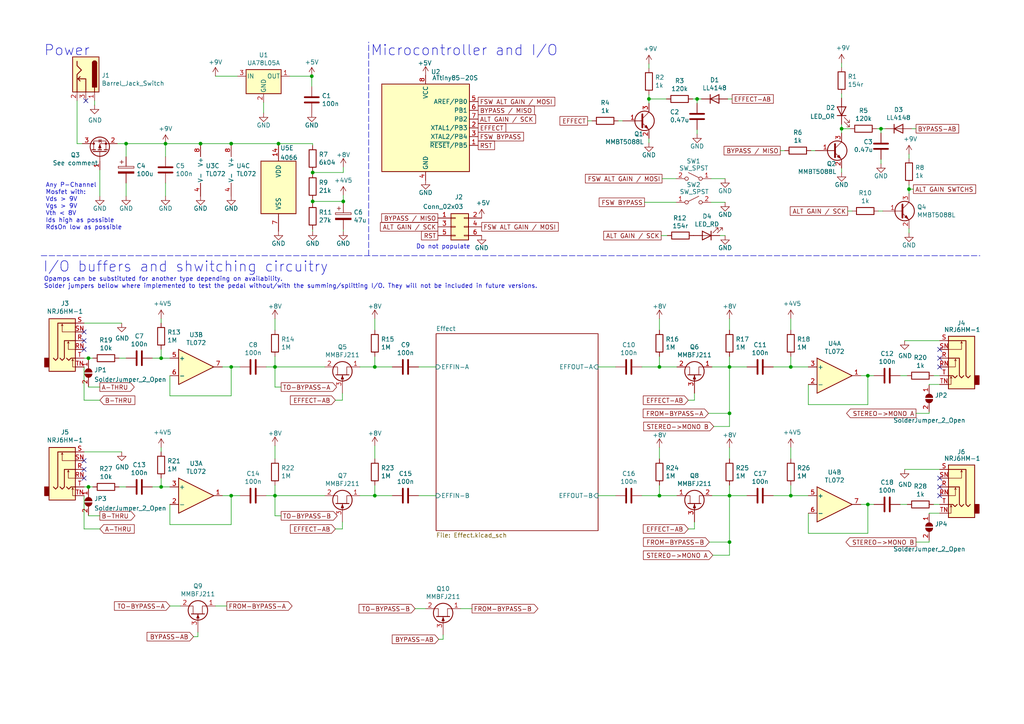
<source format=kicad_sch>
(kicad_sch (version 20211123) (generator eeschema)
  (paper "A4")
  (title_block (title "NABLOEI") (date "2022-09-23") (rev "1.0.0") (company "LAWAAI") (comment 1 "Thank you and have fun.") (comment 2 "Please do not replicate this circuit and sell it as your own.") (comment 3 "This schematic is intended for people who enjoy building/modifying/repairing their pedals."))
  (junction (at 202.184 28.702))
  (junction (at 25.654 103.886))
  (junction (at 25.654 141.224))
  (junction (at 244.094 37.338))
  (junction (at 90.678 50.038))
  (junction (at 255.524 37.338))
  (junction (at 211.582 143.764))
  (junction (at 108.712 143.764))
  (junction (at 188.214 28.702))
  (junction (at 48.006 41.656))
  (junction (at 211.582 157.226))
  (junction (at 36.576 41.656))
  (junction (at 191.262 106.426))
  (junction (at 191.262 143.764))
  (junction (at 90.678 58.42))
  (junction (at 58.166 41.656))
  (junction (at 229.362 106.426))
  (junction (at 46.736 103.886))
  (junction (at 90.424 22.098))
  (junction (at 211.582 106.426))
  (junction (at 79.756 106.426))
  (junction (at 67.056 106.426))
  (junction (at 229.362 143.764))
  (junction (at 67.056 143.764))
  (junction (at 263.652 54.864))
  (junction (at 80.772 41.656))
  (junction (at 251.714 146.304))
  (junction (at 79.756 143.764))
  (junction (at 251.714 108.966))
  (junction (at 99.568 58.42))
  (junction (at 46.736 141.224))
  (junction (at 108.712 106.426))
  (junction (at 67.056 41.656))
  (junction (at 211.582 119.888))
  (no_connect (at 24.384 98.806))
  (no_connect (at 272.542 138.684))
  (no_connect (at 24.384 136.144))
  (no_connect (at 272.542 106.426))
  (no_connect (at 272.542 103.886))
  (no_connect (at 24.384 133.604))
  (no_connect (at 24.384 96.266))
  (no_connect (at 24.892 29.21))
  (no_connect (at 24.384 101.346))
  (no_connect (at 272.542 141.224))
  (no_connect (at 272.542 143.764))
  (no_connect (at 24.384 138.684))
  (no_connect (at 272.542 101.346))
  (wire (pts (xy 67.056 114.808) (xy 49.276 114.808)))
  (wire (pts (xy 202.184 38.862) (xy 202.184 37.592)))
  (wire (pts (xy 211.582 133.096) (xy 211.582 129.794)))
  (wire (pts (xy 57.404 183.388) (xy 57.404 184.658)))
  (wire (pts (xy 67.056 106.426) (xy 69.596 106.426)))
  (wire (pts (xy 25.654 149.606) (xy 28.956 149.606)))
  (wire (pts (xy 79.756 95.758) (xy 79.756 92.456)))
  (wire (pts (xy 272.542 148.844) (xy 269.494 148.844)))
  (wire (pts (xy 206.248 58.674) (xy 210.312 58.674)))
  (wire (pts (xy 34.544 103.886) (xy 36.576 103.886)))
  (wire (pts (xy 24.384 103.886) (xy 25.654 103.886)))
  (wire (pts (xy 270.764 108.966) (xy 272.542 108.966)))
  (wire (pts (xy 270.764 146.304) (xy 272.542 146.304)))
  (wire (pts (xy 188.214 27.432) (xy 188.214 28.702)))
  (wire (pts (xy 67.056 106.426) (xy 67.056 114.808)))
  (wire (pts (xy 272.542 111.506) (xy 269.494 111.506)))
  (wire (pts (xy 192.024 51.816) (xy 196.088 51.816)))
  (wire (pts (xy 90.678 50.038) (xy 90.678 50.292)))
  (wire (pts (xy 90.678 50.038) (xy 99.568 50.038)))
  (wire (pts (xy 108.712 95.758) (xy 108.712 92.456)))
  (wire (pts (xy 191.262 106.426) (xy 196.342 106.426)))
  (wire (pts (xy 79.756 143.764) (xy 79.756 140.716)))
  (wire (pts (xy 24.384 143.764) (xy 24.384 153.416)))
  (wire (pts (xy 22.352 29.21) (xy 22.352 41.656)))
  (wire (pts (xy 251.714 108.966) (xy 251.714 117.348)))
  (wire (pts (xy 191.262 95.758) (xy 191.262 92.456)))
  (wire (pts (xy 80.772 41.656) (xy 90.678 41.656)))
  (wire (pts (xy 108.712 133.096) (xy 108.712 129.286)))
  (wire (pts (xy 191.262 143.764) (xy 191.262 140.716)))
  (wire (pts (xy 46.736 103.886) (xy 49.276 103.886)))
  (wire (pts (xy 35.306 93.726) (xy 24.384 93.726)))
  (wire (pts (xy 79.756 143.764) (xy 94.234 143.764)))
  (wire (pts (xy 25.654 103.886) (xy 25.654 104.394)))
  (wire (pts (xy 206.502 106.426) (xy 211.582 106.426)))
  (wire (pts (xy 67.056 143.764) (xy 67.056 152.146)))
  (wire (pts (xy 58.166 41.656) (xy 67.056 41.656)))
  (wire (pts (xy 251.714 146.304) (xy 251.714 154.686)))
  (wire (pts (xy 263.652 66.294) (xy 263.652 67.564)))
  (wire (pts (xy 191.262 106.426) (xy 191.262 103.378)))
  (wire (pts (xy 46.736 129.794) (xy 46.736 131.064)))
  (wire (pts (xy 244.094 37.338) (xy 244.094 38.608)))
  (wire (pts (xy 235.204 43.688) (xy 236.474 43.688)))
  (wire (pts (xy 36.576 45.466) (xy 36.576 41.656)))
  (wire (pts (xy 186.182 143.764) (xy 191.262 143.764)))
  (wire (pts (xy 24.384 106.426) (xy 24.384 116.078)))
  (wire (pts (xy 244.094 36.068) (xy 244.094 37.338)))
  (wire (pts (xy 206.502 143.764) (xy 211.582 143.764)))
  (wire (pts (xy 44.196 103.886) (xy 46.736 103.886)))
  (wire (pts (xy 99.314 114.046) (xy 99.314 116.078)))
  (wire (pts (xy 90.678 67.056) (xy 90.678 66.548)))
  (wire (pts (xy 24.384 153.416) (xy 28.956 153.416)))
  (wire (pts (xy 77.216 143.764) (xy 79.756 143.764)))
  (wire (pts (xy 229.362 95.758) (xy 229.362 92.456)))
  (wire (pts (xy 79.756 149.606) (xy 81.534 149.606)))
  (wire (pts (xy 191.262 143.764) (xy 196.342 143.764)))
  (wire (pts (xy 67.056 143.764) (xy 69.596 143.764)))
  (wire (pts (xy 229.362 106.426) (xy 234.442 106.426)))
  (wire (pts (xy 179.324 35.052) (xy 180.594 35.052)))
  (wire (pts (xy 202.184 28.702) (xy 200.914 28.702)))
  (wire (pts (xy 269.494 111.506) (xy 269.494 111.76)))
  (wire (pts (xy 25.654 141.732) (xy 25.654 141.224)))
  (wire (pts (xy 79.756 133.096) (xy 79.756 129.286)))
  (wire (pts (xy 108.712 143.764) (xy 113.792 143.764)))
  (wire (pts (xy 44.196 141.224) (xy 46.736 141.224)))
  (wire (pts (xy 251.714 154.686) (xy 234.442 154.686)))
  (wire (pts (xy 251.714 146.304) (xy 253.492 146.304)))
  (wire (pts (xy 203.454 28.702) (xy 202.184 28.702)))
  (wire (pts (xy 211.582 95.758) (xy 211.582 92.456)))
  (wire (pts (xy 211.582 106.426) (xy 211.582 103.378)))
  (wire (pts (xy 79.756 106.426) (xy 79.756 103.378)))
  (wire (pts (xy 205.486 119.888) (xy 211.582 119.888)))
  (wire (pts (xy 206.756 161.036) (xy 211.582 161.036)))
  (wire (pts (xy 264.414 37.338) (xy 265.684 37.338)))
  (wire (pts (xy 90.678 57.912) (xy 90.678 58.42)))
  (wire (pts (xy 255.524 37.338) (xy 254.254 37.338)))
  (wire (pts (xy 35.306 131.064) (xy 24.384 131.064)))
  (wire (pts (xy 229.362 133.096) (xy 229.362 129.794)))
  (wire (pts (xy 48.006 53.086) (xy 48.006 56.896)))
  (wire (pts (xy 211.582 157.226) (xy 211.582 161.036)))
  (wire (pts (xy 254.762 61.214) (xy 256.032 61.214)))
  (wire (pts (xy 245.872 61.214) (xy 247.142 61.214)))
  (wire (pts (xy 67.056 41.656) (xy 80.772 41.656)))
  (wire (pts (xy 104.394 106.426) (xy 108.712 106.426)))
  (wire (pts (xy 251.714 117.348) (xy 234.442 117.348)))
  (wire (pts (xy 262.382 98.806) (xy 272.542 98.806)))
  (wire (pts (xy 211.074 28.702) (xy 212.344 28.702)))
  (wire (pts (xy 263.652 54.864) (xy 264.922 54.864)))
  (wire (pts (xy 202.184 28.702) (xy 202.184 29.972)))
  (wire (pts (xy 224.282 143.764) (xy 229.362 143.764)))
  (wire (pts (xy 28.956 49.276) (xy 28.956 56.896)))
  (wire (pts (xy 191.77 68.326) (xy 193.548 68.326)))
  (wire (pts (xy 244.094 37.338) (xy 246.634 37.338)))
  (wire (pts (xy 263.652 44.704) (xy 263.652 45.974)))
  (wire (pts (xy 244.094 48.768) (xy 244.094 50.038)))
  (wire (pts (xy 186.944 58.674) (xy 196.088 58.674)))
  (wire (pts (xy 99.314 153.416) (xy 99.314 151.384)))
  (wire (pts (xy 25.654 112.268) (xy 28.956 112.268)))
  (wire (pts (xy 261.112 108.966) (xy 263.144 108.966)))
  (wire (pts (xy 25.654 141.224) (xy 26.924 141.224)))
  (wire (pts (xy 207.01 123.698) (xy 211.582 123.698)))
  (wire (pts (xy 79.756 143.764) (xy 79.756 149.606)))
  (wire (pts (xy 108.712 106.426) (xy 108.712 103.378)))
  (wire (pts (xy 201.422 153.416) (xy 201.422 151.384)))
  (wire (pts (xy 79.756 106.426) (xy 94.234 106.426)))
  (wire (pts (xy 34.544 141.224) (xy 36.576 141.224)))
  (wire (pts (xy 269.494 157.226) (xy 265.684 157.226)))
  (wire (pts (xy 121.412 106.426) (xy 126.492 106.426)))
  (wire (pts (xy 251.714 108.966) (xy 253.492 108.966)))
  (wire (pts (xy 211.582 119.888) (xy 211.582 123.698)))
  (wire (pts (xy 170.434 35.052) (xy 171.704 35.052)))
  (wire (pts (xy 262.382 136.144) (xy 272.542 136.144)))
  (wire (pts (xy 24.384 141.224) (xy 25.654 141.224)))
  (wire (pts (xy 46.736 138.684) (xy 46.736 141.224)))
  (wire (pts (xy 173.482 143.764) (xy 178.562 143.764)))
  (wire (pts (xy 22.352 41.656) (xy 23.876 41.656)))
  (wire (pts (xy 199.644 153.416) (xy 201.422 153.416)))
  (wire (pts (xy 64.516 106.426) (xy 67.056 106.426)))
  (wire (pts (xy 269.494 119.888) (xy 265.684 119.888)))
  (wire (pts (xy 205.74 157.226) (xy 211.582 157.226)))
  (wire (pts (xy 67.056 152.146) (xy 49.276 152.146)))
  (wire (pts (xy 188.214 18.542) (xy 188.214 19.812)))
  (wire (pts (xy 27.432 29.21) (xy 27.432 30.48)))
  (wire (pts (xy 62.484 175.768) (xy 65.786 175.768)))
  (wire (pts (xy 188.214 40.132) (xy 188.214 41.402)))
  (wire (pts (xy 229.362 143.764) (xy 234.442 143.764)))
  (wire (pts (xy 99.568 58.42) (xy 99.568 58.928)))
  (wire (pts (xy 206.248 51.816) (xy 210.312 51.816)))
  (wire (pts (xy 90.678 58.42) (xy 90.678 58.928)))
  (wire (pts (xy 99.568 67.056) (xy 99.568 66.548)))
  (wire (pts (xy 224.282 106.426) (xy 229.362 106.426)))
  (wire (pts (xy 48.006 41.656) (xy 48.006 45.466)))
  (wire (pts (xy 25.654 103.886) (xy 26.924 103.886)))
  (wire (pts (xy 186.182 106.426) (xy 191.262 106.426)))
  (wire (pts (xy 99.568 50.038) (xy 99.568 48.514)))
  (wire (pts (xy 79.756 112.268) (xy 81.534 112.268)))
  (wire (pts (xy 25.654 112.014) (xy 25.654 112.268)))
  (wire (pts (xy 269.494 148.844) (xy 269.494 149.098)))
  (wire (pts (xy 255.524 37.338) (xy 255.524 38.608)))
  (wire (pts (xy 229.362 106.426) (xy 229.362 103.378)))
  (wire (pts (xy 269.494 119.38) (xy 269.494 119.888)))
  (wire (pts (xy 201.422 116.078) (xy 199.644 116.078)))
  (wire (pts (xy 255.524 37.338) (xy 256.794 37.338)))
  (wire (pts (xy 211.582 106.426) (xy 216.662 106.426)))
  (wire (pts (xy 36.576 41.656) (xy 48.006 41.656)))
  (wire (pts (xy 234.442 117.348) (xy 234.442 111.506)))
  (wire (pts (xy 24.384 116.078) (xy 28.956 116.078)))
  (wire (pts (xy 173.482 106.426) (xy 178.562 106.426)))
  (wire (pts (xy 34.036 41.656) (xy 36.576 41.656)))
  (wire (pts (xy 108.712 106.426) (xy 113.792 106.426)))
  (wire (pts (xy 263.652 53.594) (xy 263.652 54.864)))
  (wire (pts (xy 90.424 22.098) (xy 90.424 25.146)))
  (wire (pts (xy 97.282 153.416) (xy 99.314 153.416)))
  (wire (pts (xy 261.112 146.304) (xy 263.144 146.304)))
  (wire (pts (xy 188.214 28.702) (xy 193.294 28.702)))
  (wire (pts (xy 46.736 92.456) (xy 46.736 93.726)))
  (wire (pts (xy 269.494 156.718) (xy 269.494 157.226)))
  (wire (pts (xy 211.582 143.764) (xy 211.582 140.716)))
  (wire (pts (xy 84.074 22.098) (xy 90.424 22.098)))
  (wire (pts (xy 90.678 41.656) (xy 90.678 42.164)))
  (wire (pts (xy 255.524 47.498) (xy 255.524 46.228)))
  (wire (pts (xy 188.214 28.702) (xy 188.214 29.972)))
  (wire (pts (xy 208.788 68.326) (xy 210.312 68.326)))
  (wire (pts (xy 226.314 43.688) (xy 227.584 43.688)))
  (wire (pts (xy 121.412 143.764) (xy 126.492 143.764)))
  (wire (pts (xy 62.484 22.098) (xy 68.834 22.098)))
  (wire (pts (xy 77.216 106.426) (xy 79.756 106.426)))
  (wire (pts (xy 90.678 49.784) (xy 90.678 50.038)))
  (wire (pts (xy 36.576 53.086) (xy 36.576 56.896)))
  (wire (pts (xy 120.396 176.53) (xy 123.444 176.53)))
  (wire (pts (xy 49.276 152.146) (xy 49.276 146.304)))
  (polyline (pts (xy 11.938 74.168) (xy 284.226 74.168)))
  (wire (pts (xy 108.712 143.764) (xy 108.712 140.716)))
  (wire (pts (xy 127.254 185.42) (xy 128.524 185.42)))
  (wire (pts (xy 46.736 101.346) (xy 46.736 103.886)))
  (wire (pts (xy 49.276 114.808) (xy 49.276 108.966)))
  (wire (pts (xy 99.314 116.078) (xy 97.282 116.078)))
  (wire (pts (xy 64.516 143.764) (xy 67.056 143.764)))
  (wire (pts (xy 99.568 58.42) (xy 99.568 56.642)))
  (wire (pts (xy 234.442 154.686) (xy 234.442 148.844)))
  (wire (pts (xy 49.276 175.768) (xy 52.324 175.768)))
  (wire (pts (xy 249.682 108.966) (xy 251.714 108.966)))
  (wire (pts (xy 128.524 184.15) (xy 128.524 185.42)))
  (wire (pts (xy 25.654 149.606) (xy 25.654 149.352)))
  (wire (pts (xy 191.262 133.096) (xy 191.262 129.794)))
  (wire (pts (xy 211.582 143.764) (xy 216.662 143.764)))
  (wire (pts (xy 229.362 143.764) (xy 229.362 140.716)))
  (wire (pts (xy 263.652 54.864) (xy 263.652 56.134)))
  (wire (pts (xy 48.006 41.656) (xy 58.166 41.656)))
  (wire (pts (xy 244.094 18.288) (xy 244.094 19.558)))
  (wire (pts (xy 79.756 106.426) (xy 79.756 112.268)))
  (wire (pts (xy 56.134 184.658) (xy 57.404 184.658)))
  (wire (pts (xy 201.422 114.046) (xy 201.422 116.078)))
  (wire (pts (xy 249.682 146.304) (xy 251.714 146.304)))
  (wire (pts (xy 133.604 176.53) (xy 136.906 176.53)))
  (wire (pts (xy 244.094 27.178) (xy 244.094 28.448)))
  (wire (pts (xy 104.394 143.764) (xy 108.712 143.764)))
  (wire (pts (xy 211.582 119.888) (xy 211.582 106.426)))
  (wire (pts (xy 211.582 157.226) (xy 211.582 143.764)))
  (wire (pts (xy 76.454 32.766) (xy 76.454 29.718)))
  (polyline (pts (xy 106.934 74.168) (xy 106.934 12.192)))
  (wire (pts (xy 46.736 141.224) (xy 49.276 141.224)))
  (wire (pts (xy 90.678 58.42) (xy 99.568 58.42)))
  (text "Microcontroller and I/O" (at 107.442 16.51 0) (effects (font (size 2.9972 2.9972)) (justify left bottom)))
  (text "Any P-Channel\nMosfet with:\nVds > 9V\nVgs > 9V\nVth < 8V\nIds high as possible\nRdsOn low as possible" (at 13.208 66.802 0) (effects (font (size 1.27 1.27)) (justify left bottom)))
  (text "Do not populate" (at 120.65 72.39 0) (effects (font (size 1.27 1.27)) (justify left bottom)))
  (text "Opamps can be substituted for another type depending on availability.\nSolder jumpers bellow where implemented to test the pedal without/with the summing/splitting I/O. They will not be included in future versions." (at 12.7 83.82 0) (effects (font (size 1.27 1.27)) (justify left bottom)))
  (text "I/O buffers and shwitching circuitry" (at 12.446 79.248 0) (effects (font (size 2.9972 2.9972)) (justify left bottom)))
  (text "Power" (at 12.7 16.51 0) (effects (font (size 2.9972 2.9972)) (justify left bottom)))
  (global_label "A-THRU" (shape input) (at 28.956 153.416 0) (property "Intersheet References" "${INTERSHEET_REFS}" (effects hide)))
  (global_label "ALT GAIN {slash} SCK" (shape passive) (at 127 65.786 180) (property "Intersheet References" "${INTERSHEET_REFS}" (effects hide)))
  (global_label "BYPASS-AB" (shape passive) (at 265.684 37.338 0) (property "Intersheet References" "${INTERSHEET_REFS}" (effects hide)))
  (global_label "STEREO->MONO B" (shape input) (at 207.01 123.698 180) (property "Intersheet References" "${INTERSHEET_REFS}" (effects hide)))
  (global_label "ALT GAIN {slash} SCK" (shape passive) (at 138.684 34.544 0) (property "Intersheet References" "${INTERSHEET_REFS}" (effects hide)))
  (global_label "FSW ALT GAIN {slash} MOSI" (shape passive) (at 138.684 29.464 0) (property "Intersheet References" "${INTERSHEET_REFS}" (effects hide)))
  (global_label "EFFECT-AB" (shape input) (at 199.644 153.416 180) (property "Intersheet References" "${INTERSHEET_REFS}" (effects hide)))
  (global_label "TO-BYPASS-B" (shape input) (at 120.396 176.53 180) (property "Intersheet References" "${INTERSHEET_REFS}" (effects hide)))
  (global_label "BYPASS {slash} MISO" (shape passive) (at 138.684 32.004 0) (property "Intersheet References" "${INTERSHEET_REFS}" (effects hide)))
  (global_label "FSW BYPASS" (shape passive) (at 186.944 58.674 180) (property "Intersheet References" "${INTERSHEET_REFS}" (effects hide)))
  (global_label "ALT GAIN SWTCHS" (shape passive) (at 264.922 54.864 0) (property "Intersheet References" "${INTERSHEET_REFS}" (effects hide)))
  (global_label "EFFECT" (shape passive) (at 170.434 35.052 180) (property "Intersheet References" "${INTERSHEET_REFS}" (effects hide)))
  (global_label "ALT GAIN {slash} SCK" (shape passive) (at 245.872 61.214 180) (property "Intersheet References" "${INTERSHEET_REFS}" (effects hide)))
  (global_label "BYPASS-AB" (shape input) (at 127.254 185.42 180) (property "Intersheet References" "${INTERSHEET_REFS}" (effects hide)))
  (global_label "BYPASS {slash} MISO" (shape passive) (at 226.314 43.688 180) (property "Intersheet References" "${INTERSHEET_REFS}" (effects hide)))
  (global_label "EFFECT" (shape passive) (at 138.684 37.084 0) (property "Intersheet References" "${INTERSHEET_REFS}" (effects hide)))
  (global_label "BYPASS-AB" (shape input) (at 56.134 184.658 180) (property "Intersheet References" "${INTERSHEET_REFS}" (effects hide)))
  (global_label "EFFECT-AB" (shape input) (at 199.644 116.078 180) (property "Intersheet References" "${INTERSHEET_REFS}" (effects hide)))
  (global_label "EFFECT-AB" (shape passive) (at 212.344 28.702 0) (property "Intersheet References" "${INTERSHEET_REFS}" (effects hide)))
  (global_label "TO-BYPASS-A" (shape output) (at 81.534 112.268 0) (property "Intersheet References" "${INTERSHEET_REFS}" (effects hide)))
  (global_label "EFFECT-AB" (shape input) (at 97.282 153.416 180) (property "Intersheet References" "${INTERSHEET_REFS}" (effects hide)))
  (global_label "B-THRU" (shape input) (at 28.956 116.078 0) (property "Intersheet References" "${INTERSHEET_REFS}" (effects hide)))
  (global_label "FROM-BYPASS-A" (shape input) (at 205.486 119.888 180) (property "Intersheet References" "${INTERSHEET_REFS}" (effects hide)))
  (global_label "A-THRU" (shape output) (at 28.956 112.268 0) (property "Intersheet References" "${INTERSHEET_REFS}" (effects hide)))
  (global_label "STEREO->MONO B" (shape output) (at 265.684 157.226 180) (property "Intersheet References" "${INTERSHEET_REFS}" (effects hide)))
  (global_label "RST" (shape passive) (at 138.684 42.164 0) (property "Intersheet References" "${INTERSHEET_REFS}" (effects hide)))
  (global_label "FSW BYPASS" (shape passive) (at 138.684 39.624 0) (property "Intersheet References" "${INTERSHEET_REFS}" (effects hide)))
  (global_label "BYPASS {slash} MISO" (shape passive) (at 127 63.246 180) (property "Intersheet References" "${INTERSHEET_REFS}" (effects hide)))
  (global_label "FROM-BYPASS-B" (shape input) (at 205.74 157.226 180) (property "Intersheet References" "${INTERSHEET_REFS}" (effects hide)))
  (global_label "FSW ALT GAIN {slash} MOSI" (shape passive) (at 139.7 65.786 0) (property "Intersheet References" "${INTERSHEET_REFS}" (effects hide)))
  (global_label "RST" (shape passive) (at 127 68.326 180) (property "Intersheet References" "${INTERSHEET_REFS}" (effects hide)))
  (global_label "ALT GAIN {slash} SCK" (shape passive) (at 191.77 68.326 180) (property "Intersheet References" "${INTERSHEET_REFS}" (effects hide)))
  (global_label "B-THRU" (shape output) (at 28.956 149.606 0) (property "Intersheet References" "${INTERSHEET_REFS}" (effects hide)))
  (global_label "STEREO->MONO A" (shape input) (at 206.756 161.036 180) (property "Intersheet References" "${INTERSHEET_REFS}" (effects hide)))
  (global_label "TO-BYPASS-B" (shape output) (at 81.534 149.606 0) (property "Intersheet References" "${INTERSHEET_REFS}" (effects hide)))
  (global_label "FSW ALT GAIN {slash} MOSI" (shape passive) (at 192.024 51.816 180) (property "Intersheet References" "${INTERSHEET_REFS}" (effects hide)))
  (global_label "FROM-BYPASS-A" (shape output) (at 65.786 175.768 0) (property "Intersheet References" "${INTERSHEET_REFS}" (effects hide)))
  (global_label "TO-BYPASS-A" (shape input) (at 49.276 175.768 180) (property "Intersheet References" "${INTERSHEET_REFS}" (effects hide)))
  (global_label "STEREO->MONO A" (shape output) (at 265.684 119.888 180) (property "Intersheet References" "${INTERSHEET_REFS}" (effects hide)))
  (global_label "FROM-BYPASS-B" (shape output) (at 136.906 176.53 0) (property "Intersheet References" "${INTERSHEET_REFS}" (effects hide)))
  (global_label "EFFECT-AB" (shape input) (at 97.282 116.078 180) (property "Intersheet References" "${INTERSHEET_REFS}" (effects hide)))
  (symbol (lib_id "Connector:AudioJack3_Switch") (at 19.304 98.806 0) (unit 1)
    (property "Reference" "J3" (at 18.8468 88.011 0))
    (property "Value" "NRJ6HM-1" (at 18.8468 90.3224 0))
    (property "Footprint" "Connector_Audio:Jack_6.35mm_Neutrik_NRJ6HM-1_Horizontal" (effects hide))
  )
  (symbol (lib_id "Device:R") (at 30.734 103.886 270) (unit 1)
    (property "Reference" "R19" (at 30.734 98.6282 90))
    (property "Value" "10k" (at 30.734 100.9396 90))
    (property "Footprint" "Resistor_SMD:R_1206_3216Metric" (effects hide))
  )
  (symbol (lib_id "Device:C") (at 40.386 103.886 270) (unit 1)
    (property "Reference" "C7" (at 40.386 97.4852 90))
    (property "Value" "100n" (at 40.386 99.7966 90))
    (property "Footprint" "Capacitor_SMD:C_1206_3216Metric" (effects hide))
  )
  (symbol (lib_id "Device:R") (at 46.736 97.536 0) (unit 1)
    (property "Reference" "R13" (at 48.514 96.3676 0) (effects (justify left)))
    (property "Value" "1M" (at 48.514 98.679 0) (effects (justify left)))
    (property "Footprint" "Resistor_SMD:R_1206_3216Metric" (effects hide))
  )
  (symbol (lib_id "Device:C") (at 73.406 106.426 270) (unit 1)
    (property "Reference" "C8" (at 73.406 100.0252 90))
    (property "Value" "100n" (at 73.406 102.3366 90))
    (property "Footprint" "Capacitor_SMD:C_1206_3216Metric" (effects hide))
  )
  (symbol (lib_id "Device:R") (at 79.756 99.568 0) (unit 1)
    (property "Reference" "R14" (at 81.534 98.3996 0) (effects (justify left)))
    (property "Value" "1M" (at 81.534 100.711 0) (effects (justify left)))
    (property "Footprint" "Resistor_SMD:R_1206_3216Metric" (effects hide))
  )
  (symbol (lib_id "Device:Q_NJFET_SDG") (at 99.314 108.966 90) (unit 1)
    (property "Reference" "Q5" (at 99.314 100.6348 90))
    (property "Value" "MMBFJ211" (at 99.314 102.9462 90))
    (property "Footprint" "Package_TO_SOT_SMD:SOT-23" (effects hide))
  )
  (symbol (lib_id "Device:R") (at 108.712 99.568 0) (unit 1)
    (property "Reference" "R15" (at 110.49 98.3996 0) (effects (justify left)))
    (property "Value" "1M" (at 110.49 100.711 0) (effects (justify left)))
    (property "Footprint" "Resistor_SMD:R_1206_3216Metric" (effects hide))
  )
  (symbol (lib_id "Device:C") (at 117.602 106.426 270) (unit 1)
    (property "Reference" "C9" (at 117.602 100.0252 90))
    (property "Value" "100n" (at 117.602 102.3366 90))
    (property "Footprint" "Capacitor_SMD:C_1206_3216Metric" (effects hide))
  )
  (symbol (lib_id "Device:C") (at 202.184 33.782 0) (unit 1)
    (property "Reference" "C2" (at 194.31 32.4866 0) (effects (justify left)))
    (property "Value" "0.47u" (at 194.31 34.798 0) (effects (justify left)))
    (property "Footprint" "Capacitor_SMD:C_1206_3216Metric" (effects hide))
  )
  (symbol (lib_id "Device:R") (at 197.104 28.702 270) (unit 1)
    (property "Reference" "R3" (at 197.104 23.4442 90))
    (property "Value" "120k" (at 197.104 25.7556 90))
    (property "Footprint" "Resistor_SMD:R_1206_3216Metric" (effects hide))
  )
  (symbol (lib_id "Custom_library:+4V5") (at 46.736 92.456 0) (unit 1)
    (property "Reference" "#PWR032" (effects hide))
    (property "Value" "+4V5" (at 47.117 88.0618 0))
  )
  (symbol (lib_id "Device:C") (at 182.372 106.426 270) (unit 1)
    (property "Reference" "C10" (at 182.372 100.0252 90))
    (property "Value" "100n" (at 182.372 102.3366 90))
    (property "Footprint" "Capacitor_SMD:C_1206_3216Metric" (effects hide))
  )
  (symbol (lib_id "Device:R") (at 191.262 99.568 0) (unit 1)
    (property "Reference" "R16" (at 193.04 98.3996 0) (effects (justify left)))
    (property "Value" "1M" (at 193.04 100.711 0) (effects (justify left)))
    (property "Footprint" "Resistor_SMD:R_1206_3216Metric" (effects hide))
  )
  (symbol (lib_id "Device:Q_NJFET_SDG") (at 201.422 108.966 90) (unit 1)
    (property "Reference" "Q6" (at 201.422 100.6348 90))
    (property "Value" "MMBFJ211" (at 201.422 102.9462 90))
    (property "Footprint" "Package_TO_SOT_SMD:SOT-23" (effects hide))
  )
  (symbol (lib_id "Device:R") (at 211.582 99.568 0) (unit 1)
    (property "Reference" "R17" (at 213.36 98.3996 0) (effects (justify left)))
    (property "Value" "1M" (at 213.36 100.711 0) (effects (justify left)))
    (property "Footprint" "Resistor_SMD:R_1206_3216Metric" (effects hide))
  )
  (symbol (lib_id "Device:C") (at 257.302 108.966 270) (unit 1)
    (property "Reference" "C12" (at 257.302 102.5652 90))
    (property "Value" "100n" (at 257.302 104.8766 90))
    (property "Footprint" "Capacitor_SMD:C_1206_3216Metric" (effects hide))
  )
  (symbol (lib_id "Connector:AudioJack3_Switch") (at 277.622 103.886 0) (mirror y) (unit 1)
    (property "Reference" "J4" (at 277.622 93.726 0) (effects (justify right)))
    (property "Value" "NRJ6HM-1" (at 273.812 95.631 0) (effects (justify right)))
    (property "Footprint" "Connector_Audio:Jack_6.35mm_Neutrik_NRJ6HM-1_Horizontal" (effects hide))
  )
  (symbol (lib_id "Amplifier_Operational:TL072") (at 56.896 106.426 0) (unit 2)
    (property "Reference" "U3" (at 56.896 97.1042 0))
    (property "Value" "TL072" (at 56.896 99.4156 0))
    (property "Footprint" "Package_SO:SOIC-8W_5.3x5.3mm_P1.27mm" (effects hide))
    (property "Datasheet" "http://www.ti.com/lit/ds/symlink/tl071.pdf" (effects hide))
  )
  (symbol (lib_id "Amplifier_Operational:TL072") (at 242.062 108.966 0) (unit 1)
    (property "Reference" "U4" (at 242.062 99.6442 0))
    (property "Value" "TL072" (at 242.062 101.9556 0))
    (property "Footprint" "Package_SO:SOIC-8W_5.3x5.3mm_P1.27mm" (effects hide))
    (property "Datasheet" "http://www.ti.com/lit/ds/symlink/tl071.pdf" (effects hide))
  )
  (symbol (lib_id "Amplifier_Operational:TL072") (at 56.896 143.764 0) (unit 1)
    (property "Reference" "U3" (at 56.896 134.4422 0))
    (property "Value" "TL072" (at 56.896 136.7536 0))
    (property "Footprint" "Package_SO:SOIC-8W_5.3x5.3mm_P1.27mm" (effects hide))
    (property "Datasheet" "http://www.ti.com/lit/ds/symlink/tl071.pdf" (effects hide))
  )
  (symbol (lib_id "Amplifier_Operational:TL072") (at 242.062 146.304 0) (unit 2)
    (property "Reference" "U4" (at 242.062 136.9822 0))
    (property "Value" "TL072" (at 242.062 139.2936 0))
    (property "Footprint" "Package_SO:SOIC-8W_5.3x5.3mm_P1.27mm" (effects hide))
    (property "Datasheet" "http://www.ti.com/lit/ds/symlink/tl071.pdf" (effects hide))
  )
  (symbol (lib_id "Amplifier_Operational:TL072") (at 60.706 49.276 0) (unit 3)
    (property "Reference" "U3" (at 59.6392 48.1076 0) (effects (justify left)))
    (property "Value" "TL072" (at 59.6392 50.419 0) (effects (justify left)))
    (property "Footprint" "Package_SO:SOIC-8W_5.3x5.3mm_P1.27mm" (effects hide))
    (property "Datasheet" "http://www.ti.com/lit/ds/symlink/tl071.pdf" (effects hide))
  )
  (symbol (lib_id "Amplifier_Operational:TL072") (at 69.596 49.276 0) (unit 3)
    (property "Reference" "U4" (at 68.5292 48.1076 0) (effects (justify left)))
    (property "Value" "TL072" (at 68.5292 50.419 0) (effects (justify left)))
    (property "Footprint" "Package_SO:SOIC-8W_5.3x5.3mm_P1.27mm" (effects hide))
    (property "Datasheet" "http://www.ti.com/lit/ds/symlink/tl071.pdf" (effects hide))
  )
  (symbol (lib_id "Device:Q_NJFET_SDG") (at 57.404 178.308 90) (unit 1)
    (property "Reference" "Q9" (at 57.404 169.9768 90))
    (property "Value" "MMBFJ211" (at 57.404 172.2882 90))
    (property "Footprint" "Package_TO_SOT_SMD:SOT-23" (effects hide))
  )
  (symbol (lib_id "Device:C") (at 255.524 42.418 0) (unit 1)
    (property "Reference" "C3" (at 250.444 41.148 0) (effects (justify left)))
    (property "Value" "0.47u" (at 247.65 43.434 0) (effects (justify left)))
    (property "Footprint" "Capacitor_SMD:C_1206_3216Metric" (effects hide))
  )
  (symbol (lib_id "Device:R") (at 250.444 37.338 270) (unit 1)
    (property "Reference" "R5" (at 250.444 32.0802 90))
    (property "Value" "120k" (at 250.444 34.3916 90))
    (property "Footprint" "Resistor_SMD:R_1206_3216Metric" (effects hide))
  )
  (symbol (lib_id "power:GND") (at 35.306 93.726 0) (unit 1)
    (property "Reference" "#PWR038" (effects hide))
    (property "Value" "GND" (at 35.433 98.1202 0))
  )
  (symbol (lib_id "power:GND") (at 262.382 98.806 0) (unit 1)
    (property "Reference" "#PWR039" (effects hide))
    (property "Value" "GND" (at 262.509 103.2002 0))
  )
  (symbol (lib_id "Connector:AudioJack3_Switch") (at 19.304 136.144 0) (unit 1)
    (property "Reference" "J5" (at 18.8468 125.349 0))
    (property "Value" "NRJ6HM-1" (at 18.8468 127.6604 0))
    (property "Footprint" "Connector_Audio:Jack_6.35mm_Neutrik_NRJ6HM-1_Horizontal" (effects hide))
  )
  (symbol (lib_id "Device:R") (at 30.734 141.224 270) (unit 1)
    (property "Reference" "R27" (at 30.734 135.9662 90))
    (property "Value" "10k" (at 30.734 138.2776 90))
    (property "Footprint" "Resistor_SMD:R_1206_3216Metric" (effects hide))
  )
  (symbol (lib_id "Device:R") (at 46.736 134.874 0) (unit 1)
    (property "Reference" "R21" (at 48.514 133.7056 0) (effects (justify left)))
    (property "Value" "1M" (at 48.514 136.017 0) (effects (justify left)))
    (property "Footprint" "Resistor_SMD:R_1206_3216Metric" (effects hide))
  )
  (symbol (lib_id "Device:R") (at 79.756 136.906 0) (unit 1)
    (property "Reference" "R22" (at 81.534 135.7376 0) (effects (justify left)))
    (property "Value" "1M" (at 81.534 138.049 0) (effects (justify left)))
    (property "Footprint" "Resistor_SMD:R_1206_3216Metric" (effects hide))
  )
  (symbol (lib_id "Device:Q_NJFET_SDG") (at 99.314 146.304 90) (unit 1)
    (property "Reference" "Q7" (at 99.314 137.9728 90))
    (property "Value" "MMBFJ211" (at 99.314 140.2842 90))
    (property "Footprint" "Package_TO_SOT_SMD:SOT-23" (effects hide))
  )
  (symbol (lib_id "Device:R") (at 108.712 136.906 0) (unit 1)
    (property "Reference" "R23" (at 110.49 135.7376 0) (effects (justify left)))
    (property "Value" "1M" (at 110.49 138.049 0) (effects (justify left)))
    (property "Footprint" "Resistor_SMD:R_1206_3216Metric" (effects hide))
  )
  (symbol (lib_id "Device:C") (at 117.602 143.764 270) (unit 1)
    (property "Reference" "C15" (at 117.602 137.3632 90))
    (property "Value" "100n" (at 117.602 139.6746 90))
    (property "Footprint" "Capacitor_SMD:C_1206_3216Metric" (effects hide))
  )
  (symbol (lib_id "Custom_library:+4V5") (at 46.736 129.794 0) (unit 1)
    (property "Reference" "#PWR042" (effects hide))
    (property "Value" "+4V5" (at 47.117 125.3998 0))
  )
  (symbol (lib_id "Device:C") (at 40.386 141.224 270) (unit 1)
    (property "Reference" "C13" (at 40.386 134.8232 90))
    (property "Value" "100n" (at 40.386 137.1346 90))
    (property "Footprint" "Capacitor_SMD:C_1206_3216Metric" (effects hide))
  )
  (symbol (lib_id "Device:C") (at 73.406 143.764 270) (unit 1)
    (property "Reference" "C14" (at 73.406 137.3632 90))
    (property "Value" "100n" (at 73.406 139.6746 90))
    (property "Footprint" "Capacitor_SMD:C_1206_3216Metric" (effects hide))
  )
  (symbol (lib_id "Device:C") (at 182.372 143.764 270) (unit 1)
    (property "Reference" "C16" (at 182.372 137.3632 90))
    (property "Value" "100n" (at 182.372 139.6746 90))
    (property "Footprint" "Capacitor_SMD:C_1206_3216Metric" (effects hide))
  )
  (symbol (lib_id "Device:R") (at 191.262 136.906 0) (unit 1)
    (property "Reference" "R24" (at 193.04 135.7376 0) (effects (justify left)))
    (property "Value" "1M" (at 193.04 138.049 0) (effects (justify left)))
    (property "Footprint" "Resistor_SMD:R_1206_3216Metric" (effects hide))
  )
  (symbol (lib_id "Device:Q_NJFET_SDG") (at 201.422 146.304 270) (mirror x) (unit 1)
    (property "Reference" "Q8" (at 201.422 137.9728 90))
    (property "Value" "MMBFJ211" (at 201.422 140.2842 90))
    (property "Footprint" "Package_TO_SOT_SMD:SOT-23" (effects hide))
  )
  (symbol (lib_id "Device:R") (at 211.582 136.906 0) (unit 1)
    (property "Reference" "R25" (at 213.36 135.7376 0) (effects (justify left)))
    (property "Value" "1M" (at 213.36 138.049 0) (effects (justify left)))
    (property "Footprint" "Resistor_SMD:R_1206_3216Metric" (effects hide))
  )
  (symbol (lib_id "Device:C") (at 257.302 146.304 270) (unit 1)
    (property "Reference" "C18" (at 257.302 139.9032 90))
    (property "Value" "100n" (at 257.302 142.2146 90))
    (property "Footprint" "Capacitor_SMD:C_1206_3216Metric" (effects hide))
  )
  (symbol (lib_id "Connector:AudioJack3_Switch") (at 277.622 141.224 0) (mirror y) (unit 1)
    (property "Reference" "J6" (at 277.622 131.064 0) (effects (justify right)))
    (property "Value" "NRJ6HM-1" (at 273.812 132.969 0) (effects (justify right)))
    (property "Footprint" "Connector_Audio:Jack_6.35mm_Neutrik_NRJ6HM-1_Horizontal" (effects hide))
  )
  (symbol (lib_id "Device:Q_NJFET_SDG") (at 128.524 179.07 90) (unit 1)
    (property "Reference" "Q10" (at 128.524 170.7388 90))
    (property "Value" "MMBFJ211" (at 128.524 173.0502 90))
    (property "Footprint" "Package_TO_SOT_SMD:SOT-23" (effects hide))
  )
  (symbol (lib_id "power:GND") (at 35.306 131.064 0) (unit 1)
    (property "Reference" "#PWR046" (effects hide))
    (property "Value" "GND" (at 35.433 135.4582 0))
  )
  (symbol (lib_id "power:GND") (at 262.382 136.144 0) (unit 1)
    (property "Reference" "#PWR047" (effects hide))
    (property "Value" "GND" (at 262.509 140.5382 0))
  )
  (symbol (lib_id "Device:D") (at 260.604 37.338 0) (unit 1)
    (property "Reference" "D3" (at 260.604 31.8262 0))
    (property "Value" "LL4148" (at 260.604 34.1376 0))
    (property "Footprint" "Diode_SMD:D_MiniMELF" (effects hide))
  )
  (symbol (lib_id "Device:D") (at 207.264 28.702 0) (unit 1)
    (property "Reference" "D1" (at 207.264 23.1902 0))
    (property "Value" "LL4148" (at 207.264 25.5016 0))
    (property "Footprint" "Diode_SMD:D_MiniMELF" (effects hide))
  )
  (symbol (lib_id "Connector:Barrel_Jack_Switch") (at 24.892 21.59 270) (unit 1)
    (property "Reference" "J1" (at 29.464 21.8694 90) (effects (justify left)))
    (property "Value" "Barrel_Jack_Switch" (at 29.464 24.1808 90) (effects (justify left)))
    (property "Footprint" "Connector_BarrelJack:BarrelJack_Horizontal" (effects hide))
  )
  (symbol (lib_id "power:GND") (at 27.432 30.48 0) (unit 1)
    (property "Reference" "#PWR06" (effects hide))
    (property "Value" "GND" (at 27.559 34.8742 0))
  )
  (symbol (lib_id "Device:Q_PMOS_GSD") (at 28.956 44.196 90) (unit 1)
    (property "Reference" "Q3" (at 21.844 44.958 90))
    (property "Value" "See comment" (at 21.844 47.2694 90))
    (property "Footprint" "Package_TO_SOT_SMD:SOT-23" (effects hide))
  )
  (symbol (lib_id "Device:C_Polarized") (at 36.576 49.276 0) (unit 1)
    (property "Reference" "C4" (at 39.5732 48.1076 0) (effects (justify left)))
    (property "Value" "100u" (at 39.5732 50.419 0) (effects (justify left)))
    (property "Footprint" "Capacitor_SMD:CP_Elec_8x5.4" (effects hide))
  )
  (symbol (lib_id "Device:C") (at 48.006 49.276 0) (unit 1)
    (property "Reference" "C5" (at 50.927 48.1076 0) (effects (justify left)))
    (property "Value" "100n" (at 50.927 50.419 0) (effects (justify left)))
    (property "Footprint" "Capacitor_SMD:C_1206_3216Metric" (effects hide))
  )
  (symbol (lib_id "Device:R") (at 90.678 54.102 0) (unit 1)
    (property "Reference" "R9" (at 92.456 52.9336 0) (effects (justify left)))
    (property "Value" "21k" (at 92.456 55.245 0) (effects (justify left)))
    (property "Footprint" "Resistor_SMD:R_1206_3216Metric" (effects hide))
  )
  (symbol (lib_id "Device:R") (at 90.678 62.738 0) (unit 1)
    (property "Reference" "R11" (at 92.456 61.5696 0) (effects (justify left)))
    (property "Value" "27k" (at 92.456 63.881 0) (effects (justify left)))
    (property "Footprint" "Resistor_SMD:R_1206_3216Metric" (effects hide))
  )
  (symbol (lib_id "Device:C_Polarized") (at 99.568 62.738 0) (unit 1)
    (property "Reference" "C6" (at 102.5652 61.5696 0) (effects (justify left)))
    (property "Value" "47u" (at 102.5652 63.881 0) (effects (justify left)))
    (property "Footprint" "Capacitor_SMD:CP_Elec_5x5.4" (effects hide))
  )
  (symbol (lib_id "Custom_library:+4V5") (at 99.568 56.642 0) (unit 1)
    (property "Reference" "#PWR018" (effects hide))
    (property "Value" "+4V5" (at 99.568 52.324 0))
  )
  (symbol (lib_id "power:+9V") (at 48.006 41.656 0) (unit 1)
    (property "Reference" "#PWR011" (effects hide))
    (property "Value" "+9V" (at 48.006 37.338 0))
  )
  (symbol (lib_id "Regulator_Linear:MC78L05_SOT89") (at 76.454 22.098 0) (unit 1)
    (property "Reference" "U1" (at 76.454 15.9512 0))
    (property "Value" "UA78L05A" (at 76.454 18.2626 0))
    (property "Footprint" "Package_TO_SOT_SMD:SOT-89-3" (effects hide))
    (property "Datasheet" "https://www.onsemi.com/pub/Collateral/MC78L00A-D.PDF" (effects hide))
  )
  (symbol (lib_id "power:+9V") (at 62.484 22.098 0) (unit 1)
    (property "Reference" "#PWR04" (effects hide))
    (property "Value" "+9V" (at 62.484 18.034 0))
  )
  (symbol (lib_id "power:+5V") (at 90.424 22.098 0) (unit 1)
    (property "Reference" "#PWR05" (effects hide))
    (property "Value" "+5V" (at 90.424 18.034 0))
  )
  (symbol (lib_id "Device:C") (at 90.424 28.956 0) (unit 1)
    (property "Reference" "C1" (at 93.345 27.7876 0) (effects (justify left)))
    (property "Value" "100n" (at 93.345 30.099 0) (effects (justify left)))
    (property "Footprint" "Capacitor_SMD:C_1206_3216Metric" (effects hide))
  )
  (symbol (lib_id "power:+5V") (at 123.444 21.844 0) (unit 1)
    (property "Reference" "#PWR03" (effects hide))
    (property "Value" "+5V" (at 123.19 18.288 0))
  )
  (symbol (lib_id "power:GND") (at 123.444 52.324 0) (unit 1)
    (property "Reference" "#PWR017" (effects hide))
    (property "Value" "GND" (at 123.444 55.88 0))
  )
  (symbol (lib_id "Switch:SW_SPST") (at 201.168 58.674 0) (unit 1)
    (property "Reference" "SW2" (at 199.136 53.594 0) (effects (justify left)))
    (property "Value" "SW_SPST" (at 197.104 55.626 0) (effects (justify left)))
    (property "Footprint" "Connector_Molex:Molex_Micro-Latch_53254-0270_1x02_P2.00mm_Horizontal" (effects hide))
  )
  (symbol (lib_id "Device:LED") (at 244.094 32.258 90) (unit 1)
    (property "Reference" "D2" (at 239.522 31.242 90) (effects (justify right)))
    (property "Value" "LED_OR" (at 234.95 33.782 90) (effects (justify right)))
    (property "Footprint" "LED_SMD:LED_1206_3216Metric" (effects hide))
  )
  (symbol (lib_id "power:GND") (at 48.006 56.896 0) (unit 1)
    (property "Reference" "#PWR021" (effects hide))
    (property "Value" "GND" (at 48.006 60.452 0))
  )
  (symbol (lib_id "power:GND") (at 244.094 50.038 0) (unit 1)
    (property "Reference" "#PWR015" (effects hide))
    (property "Value" "GND" (at 244.094 53.594 0))
  )
  (symbol (lib_id "Device:R") (at 175.514 35.052 270) (unit 1)
    (property "Reference" "R4" (at 175.514 29.7942 90))
    (property "Value" "1k" (at 175.514 32.1056 90))
    (property "Footprint" "Resistor_SMD:R_1206_3216Metric" (effects hide))
  )
  (symbol (lib_id "power:+9V") (at 188.214 18.542 0) (unit 1)
    (property "Reference" "#PWR02" (effects hide))
    (property "Value" "+9V" (at 188.595 14.1478 0))
  )
  (symbol (lib_id "Device:R") (at 266.954 108.966 270) (unit 1)
    (property "Reference" "R20" (at 266.954 103.7082 90))
    (property "Value" "1k" (at 266.954 106.0196 90))
    (property "Footprint" "Resistor_SMD:R_1206_3216Metric" (effects hide))
  )
  (symbol (lib_id "power:GND") (at 263.652 67.564 0) (unit 1)
    (property "Reference" "#PWR029" (effects hide))
    (property "Value" "GND" (at 263.652 71.12 0))
  )
  (symbol (lib_id "Device:R") (at 229.362 136.906 0) (unit 1)
    (property "Reference" "R26" (at 231.14 135.7376 0) (effects (justify left)))
    (property "Value" "1M" (at 231.14 138.049 0) (effects (justify left)))
    (property "Footprint" "Resistor_SMD:R_1206_3216Metric" (effects hide))
  )
  (symbol (lib_id "power:GND") (at 255.524 47.498 0) (unit 1)
    (property "Reference" "#PWR013" (effects hide))
    (property "Value" "GND" (at 255.524 51.054 0))
  )
  (symbol (lib_id "power:GND") (at 90.424 32.766 0) (unit 1)
    (property "Reference" "#PWR08" (effects hide))
    (property "Value" "GND" (at 90.424 36.322 0))
  )
  (symbol (lib_id "power:GND") (at 90.678 67.056 0) (unit 1)
    (property "Reference" "#PWR027" (effects hide))
    (property "Value" "GND" (at 90.678 70.612 0))
  )
  (symbol (lib_id "Device:R") (at 250.952 61.214 270) (unit 1)
    (property "Reference" "R10" (at 250.952 55.9562 90))
    (property "Value" "1k" (at 250.952 58.2676 90))
    (property "Footprint" "Resistor_SMD:R_1206_3216Metric" (effects hide))
  )
  (symbol (lib_id "power:+8V") (at 108.712 92.456 0) (unit 1)
    (property "Reference" "#PWR034" (effects hide))
    (property "Value" "+8V" (at 108.712 88.8515 0))
  )
  (symbol (lib_id "Device:C") (at 220.472 106.426 270) (unit 1)
    (property "Reference" "C11" (at 220.472 100.0252 90))
    (property "Value" "100n" (at 220.472 102.3366 90))
    (property "Footprint" "Capacitor_SMD:C_1206_3216Metric" (effects hide))
  )
  (symbol (lib_id "Device:R") (at 229.362 99.568 0) (unit 1)
    (property "Reference" "R18" (at 231.14 98.3996 0) (effects (justify left)))
    (property "Value" "1M" (at 231.14 100.711 0) (effects (justify left)))
    (property "Footprint" "Resistor_SMD:R_1206_3216Metric" (effects hide))
  )
  (symbol (lib_id "power:GND") (at 67.056 56.896 0) (unit 1)
    (property "Reference" "#PWR023" (effects hide))
    (property "Value" "GND" (at 67.056 60.452 0))
  )
  (symbol (lib_id "power:GND") (at 28.956 56.896 0) (unit 1)
    (property "Reference" "#PWR019" (effects hide))
    (property "Value" "GND" (at 28.956 60.452 0))
  )
  (symbol (lib_id "Connector_Generic:Conn_02x03_Odd_Even") (at 132.08 65.786 0) (unit 1)
    (property "Reference" "J2" (at 133.096 57.15 0))
    (property "Value" "Conn_02x03" (at 128.524 59.9251 0))
    (property "Footprint" "Connector_PinHeader_2.54mm:PinHeader_2x03_P2.54mm_Vertical" (effects hide))
  )
  (symbol (lib_id "power:GND") (at 210.312 68.326 0) (unit 1)
    (property "Reference" "#PWR031" (effects hide))
    (property "Value" "GND" (at 210.312 71.882 0))
  )
  (symbol (lib_id "power:GND") (at 58.166 56.896 0) (unit 1)
    (property "Reference" "#PWR022" (effects hide))
    (property "Value" "GND" (at 58.166 60.452 0))
  )
  (symbol (lib_id "Device:LED") (at 204.978 68.326 180) (unit 1)
    (property "Reference" "D4" (at 203.708 62.738 0) (effects (justify right)))
    (property "Value" "LED_RD" (at 201.422 65.024 0) (effects (justify right)))
    (property "Footprint" "LED_SMD:LED_1206_3216Metric" (effects hide))
  )
  (symbol (lib_id "power:+8V") (at 211.582 129.794 0) (unit 1)
    (property "Reference" "#PWR044" (effects hide))
    (property "Value" "+8V" (at 211.582 126.1895 0))
  )
  (symbol (lib_id "power:GND") (at 36.576 56.896 0) (unit 1)
    (property "Reference" "#PWR020" (effects hide))
    (property "Value" "GND" (at 36.576 60.452 0))
  )
  (symbol (lib_id "power:GND") (at 210.312 51.816 0) (unit 1)
    (property "Reference" "#PWR016" (effects hide))
    (property "Value" "GND" (at 210.312 55.372 0))
  )
  (symbol (lib_id "Custom_library:+4V5") (at 229.362 92.456 0) (unit 1)
    (property "Reference" "#PWR037" (effects hide))
    (property "Value" "+4V5" (at 229.743 88.0618 0))
  )
  (symbol (lib_id "Device:Q_NPN_BEC") (at 261.112 61.214 0) (unit 1)
    (property "Reference" "Q4" (at 265.9634 60.0456 0) (effects (justify left)))
    (property "Value" "MMBT5088L" (at 265.9634 62.357 0) (effects (justify left)))
    (property "Footprint" "Package_TO_SOT_SMD:SOT-23" (effects hide))
  )
  (symbol (lib_id "power:GND") (at 210.312 58.674 0) (unit 1)
    (property "Reference" "#PWR024" (effects hide))
    (property "Value" "GND" (at 210.312 62.23 0))
  )
  (symbol (lib_id "Jumper:SolderJumper_2_Open") (at 25.654 108.204 270) (unit 1)
    (property "Reference" "JP1" (at 27.305 107.2955 90) (effects (justify left)))
    (property "Value" "SolderJumper_2_Open" (at 27.305 110.0706 90) (effects (justify left)))
    (property "Footprint" "Jumper:SolderJumper-2_P1.3mm_Open_RoundedPad1.0x1.5mm" (effects hide))
  )
  (symbol (lib_id "power:+9V") (at 244.094 18.288 0) (unit 1)
    (property "Reference" "#PWR01" (effects hide))
    (property "Value" "+9V" (at 244.475 13.8938 0))
  )
  (symbol (lib_id "Device:R") (at 231.394 43.688 270) (unit 1)
    (property "Reference" "R6" (at 231.394 38.4302 90))
    (property "Value" "1k" (at 231.394 40.7416 90))
    (property "Footprint" "Resistor_SMD:R_1206_3216Metric" (effects hide))
  )
  (symbol (lib_id "Device:Q_NPN_BEC") (at 185.674 35.052 0) (unit 1)
    (property "Reference" "Q1" (at 183.896 38.862 0) (effects (justify left)))
    (property "Value" "MMBT5088L" (at 175.514 41.148 0) (effects (justify left)))
    (property "Footprint" "Package_TO_SOT_SMD:SOT-23" (effects hide))
  )
  (symbol (lib_id "power:GND") (at 80.772 67.056 0) (unit 1)
    (property "Reference" "#PWR026" (effects hide))
    (property "Value" "GND" (at 80.772 70.612 0))
  )
  (symbol (lib_id "power:+5V") (at 139.7 63.246 0) (unit 1)
    (property "Reference" "#PWR025" (effects hide))
    (property "Value" "+5V" (at 140.081 58.8518 0))
  )
  (symbol (lib_id "Device:C") (at 220.472 143.764 270) (unit 1)
    (property "Reference" "C17" (at 220.472 137.3632 90))
    (property "Value" "100n" (at 220.472 139.6746 90))
    (property "Footprint" "Capacitor_SMD:C_1206_3216Metric" (effects hide))
  )
  (symbol (lib_id "power:GND") (at 202.184 38.862 0) (unit 1)
    (property "Reference" "#PWR09" (effects hide))
    (property "Value" "GND" (at 202.184 42.418 0))
  )
  (symbol (lib_id "4xxx:4066") (at 80.772 54.356 0) (unit 5)
    (property "Reference" "U5" (at 81.28 42.926 0) (effects (justify left)))
    (property "Value" "4066" (at 81.28 45.7011 0) (effects (justify left)))
    (property "Footprint" "Package_SO:SOIC-14_3.9x8.7mm_P1.27mm" (effects hide))
    (property "Datasheet" "http://www.ti.com/lit/ds/symlink/cd4066b.pdf" (effects hide))
  )
  (symbol (lib_id "power:GND") (at 139.7 68.326 0) (unit 1)
    (property "Reference" "#PWR030" (effects hide))
    (property "Value" "GND" (at 139.7 71.882 0))
  )
  (symbol (lib_id "Jumper:SolderJumper_2_Open") (at 269.494 152.908 270) (unit 1)
    (property "Reference" "JP4" (at 271.145 151.9995 90) (effects (justify left)))
    (property "Value" "SolderJumper_2_Open" (at 259.08 159.258 90) (effects (justify left)))
    (property "Footprint" "Jumper:SolderJumper-2_P1.3mm_Open_RoundedPad1.0x1.5mm" (effects hide))
  )
  (symbol (lib_id "Jumper:SolderJumper_2_Open") (at 25.654 145.542 270) (unit 1)
    (property "Reference" "JP3" (at 27.305 144.6335 90) (effects (justify left)))
    (property "Value" "SolderJumper_2_Open" (at 27.305 147.4086 90) (effects (justify left)))
    (property "Footprint" "Jumper:SolderJumper-2_P1.3mm_Open_RoundedPad1.0x1.5mm" (effects hide))
  )
  (symbol (lib_id "power:+8V") (at 79.756 92.456 0) (unit 1)
    (property "Reference" "#PWR033" (effects hide))
    (property "Value" "+8V" (at 79.756 88.8515 0))
  )
  (symbol (lib_id "power:GND") (at 188.214 41.402 0) (unit 1)
    (property "Reference" "#PWR010" (effects hide))
    (property "Value" "GND" (at 188.214 44.958 0))
  )
  (symbol (lib_id "Device:R") (at 244.094 23.368 0) (unit 1)
    (property "Reference" "R1" (at 245.872 22.1996 0) (effects (justify left)))
    (property "Value" "154r" (at 245.872 24.511 0) (effects (justify left)))
    (property "Footprint" "Resistor_SMD:R_1206_3216Metric" (effects hide))
  )
  (symbol (lib_id "Device:R") (at 266.954 146.304 270) (unit 1)
    (property "Reference" "R28" (at 266.954 141.0462 90))
    (property "Value" "1k" (at 266.954 143.3576 90))
    (property "Footprint" "Resistor_SMD:R_1206_3216Metric" (effects hide))
  )
  (symbol (lib_id "power:+8V") (at 99.568 48.514 0) (unit 1)
    (property "Reference" "#PWR014" (effects hide))
    (property "Value" "+8V" (at 99.568 44.9095 0))
  )
  (symbol (lib_id "power:+9V") (at 263.652 44.704 0) (unit 1)
    (property "Reference" "#PWR012" (effects hide))
    (property "Value" "+9V" (at 264.033 40.3098 0))
  )
  (symbol (lib_id "power:+8V") (at 79.756 129.286 0) (unit 1)
    (property "Reference" "#PWR040" (effects hide))
    (property "Value" "+8V" (at 79.756 125.6815 0))
  )
  (symbol (lib_id "MCU_Microchip_ATtiny:ATtiny85-20S") (at 123.444 37.084 0) (unit 1)
    (property "Reference" "U2" (at 127.762 20.828 0) (effects (justify right)))
    (property "Value" "ATtiny85-20S" (at 138.684 22.606 0) (effects (justify right)))
    (property "Footprint" "Package_SO:SOIC-8W_5.3x5.3mm_P1.27mm" (effects hide))
    (property "Datasheet" "http://ww1.microchip.com/downloads/en/DeviceDoc/atmel-2586-avr-8-bit-microcontroller-attiny25-attiny45-attiny85_datasheet.pdf" (effects hide))
  )
  (symbol (lib_id "Device:Q_NPN_BEC") (at 241.554 43.688 0) (unit 1)
    (property "Reference" "Q2" (at 239.776 47.498 0) (effects (justify left)))
    (property "Value" "MMBT5088L" (at 231.394 49.784 0) (effects (justify left)))
    (property "Footprint" "Package_TO_SOT_SMD:SOT-23" (effects hide))
  )
  (symbol (lib_id "power:GND") (at 76.454 32.766 0) (unit 1)
    (property "Reference" "#PWR07" (effects hide))
    (property "Value" "GND" (at 76.454 36.322 0))
  )
  (symbol (lib_id "Device:R") (at 263.652 49.784 0) (unit 1)
    (property "Reference" "R8" (at 265.43 48.6156 0) (effects (justify left)))
    (property "Value" "1k" (at 265.43 50.927 0) (effects (justify left)))
    (property "Footprint" "Resistor_SMD:R_1206_3216Metric" (effects hide))
  )
  (symbol (lib_id "Switch:SW_SPST") (at 201.168 51.816 0) (mirror y) (unit 1)
    (property "Reference" "SW1" (at 203.2 46.736 0) (effects (justify left)))
    (property "Value" "SW_SPST" (at 205.486 48.768 0) (effects (justify left)))
    (property "Footprint" "Connector_Molex:Molex_Micro-Latch_53254-0270_1x02_P2.00mm_Horizontal" (effects hide))
  )
  (symbol (lib_id "Device:R") (at 188.214 23.622 0) (unit 1)
    (property "Reference" "R2" (at 189.992 22.4536 0) (effects (justify left)))
    (property "Value" "1k" (at 189.992 24.765 0) (effects (justify left)))
    (property "Footprint" "Resistor_SMD:R_1206_3216Metric" (effects hide))
  )
  (symbol (lib_id "power:+8V") (at 191.262 92.456 0) (unit 1)
    (property "Reference" "#PWR035" (effects hide))
    (property "Value" "+8V" (at 191.262 88.8515 0))
  )
  (symbol (lib_id "power:+8V") (at 108.712 129.286 0) (unit 1)
    (property "Reference" "#PWR041" (effects hide))
    (property "Value" "+8V" (at 108.712 125.6815 0))
  )
  (symbol (lib_id "Device:R") (at 197.358 68.326 90) (unit 1)
    (property "Reference" "R12" (at 199.136 63.246 90) (effects (justify left)))
    (property "Value" "154r" (at 199.644 65.532 90) (effects (justify left)))
    (property "Footprint" "Resistor_SMD:R_1206_3216Metric" (effects hide))
  )
  (symbol (lib_id "power:+8V") (at 211.582 92.456 0) (unit 1)
    (property "Reference" "#PWR036" (effects hide))
    (property "Value" "+8V" (at 211.582 88.8515 0))
  )
  (symbol (lib_id "Device:R") (at 90.678 45.974 0) (unit 1)
    (property "Reference" "R7" (at 92.456 44.8056 0) (effects (justify left)))
    (property "Value" "6k04" (at 92.456 47.117 0) (effects (justify left)))
    (property "Footprint" "Resistor_SMD:R_1206_3216Metric" (effects hide))
  )
  (symbol (lib_id "power:GND") (at 99.568 67.056 0) (unit 1)
    (property "Reference" "#PWR028" (effects hide))
    (property "Value" "GND" (at 99.568 70.612 0))
  )
  (symbol (lib_id "Jumper:SolderJumper_2_Open") (at 269.494 115.57 270) (unit 1)
    (property "Reference" "JP2" (at 271.145 114.6615 90) (effects (justify left)))
    (property "Value" "SolderJumper_2_Open" (at 259.08 121.92 90) (effects (justify left)))
    (property "Footprint" "Jumper:SolderJumper-2_P1.3mm_Open_RoundedPad1.0x1.5mm" (effects hide))
  )
  (symbol (lib_id "Custom_library:+4V5") (at 229.362 129.794 0) (unit 1)
    (property "Reference" "#PWR045" (effects hide))
    (property "Value" "+4V5" (at 229.743 125.3998 0))
  )
  (symbol (lib_id "power:+8V") (at 191.262 129.794 0) (unit 1)
    (property "Reference" "#PWR043" (effects hide))
    (property "Value" "+8V" (at 191.262 126.1895 0))
  )
  (sheet (at 126.492 96.774) (size 46.99 57.15) (stroke (width 0.1524))
    (property "Sheet name" "Effect" (at 126.492 96.0624 0) (effects (justify left bottom)))
    (property "Sheet file" "Effect.kicad_sch" (at 126.492 154.5086 0) (effects (justify left top)))
    (pin "EFFIN-A" input (at 126.492 106.426 180))
    (pin "EFFIN-B" input (at 126.492 143.764 180))
    (pin "EFFOUT-A" input (at 173.482 106.426 0))
    (pin "EFFOUT-B" input (at 173.482 143.764 0))
  )
)
</source>
